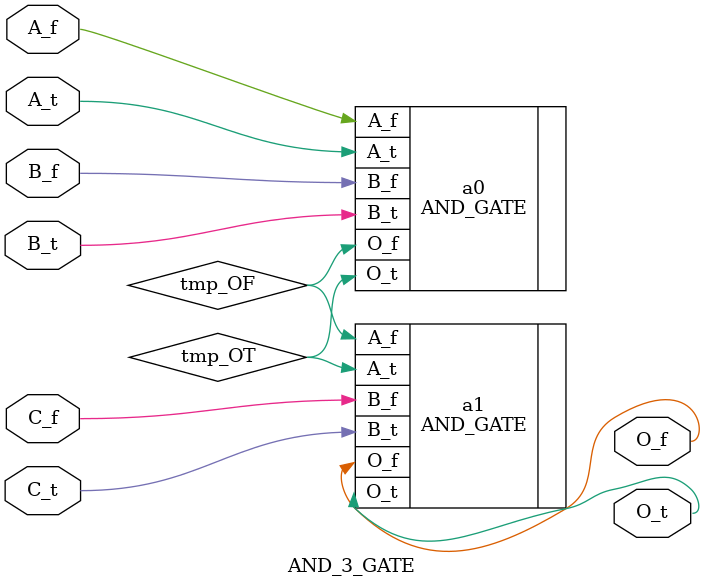
<source format=v>
module AND_3_GATE(

	input A_t,		//true data in #1 
	input A_f,
	input B_t,		//true data in #2 
	input B_f,
	input C_t,		//true data in #3 	
	input C_f,
	output O_t,		//true data out
	output O_f
);
wire tmp_OT,tmp_OF;


AND_GATE a0(.A_t(A_t), .A_f(A_f),.B_t(B_t), .B_f(B_f), 		//true data in #1 
	.O_t(tmp_OT),		//true data out
	.O_f(tmp_OF)		//false data out

    );
    
 AND_GATE a1(.A_t(tmp_OT), .A_f(tmp_OF),.B_t(C_t), .B_f(C_f), 		//true data in #1 
	.O_t(O_t),		//true data out
	.O_f(O_f)		//false data out

    );   
endmodule
</source>
